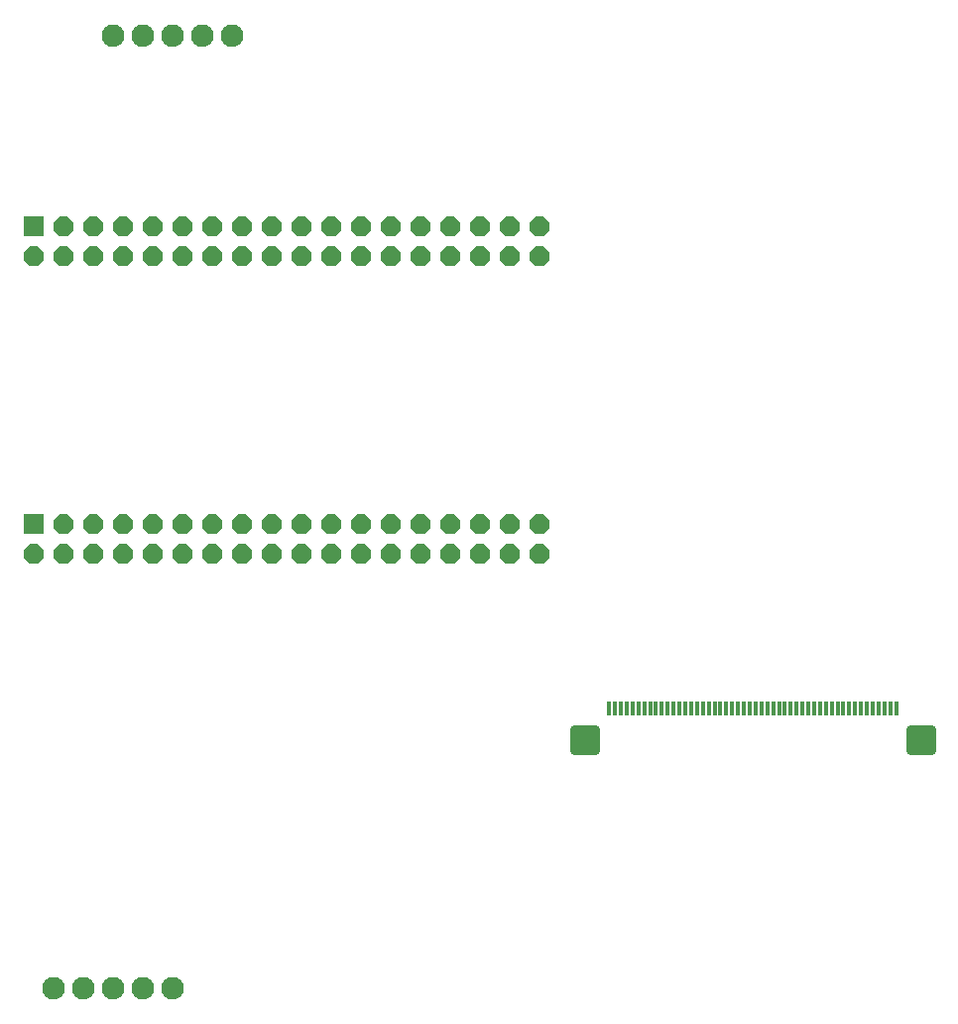
<source format=gbr>
G04 EAGLE Gerber RS-274X export*
G75*
%MOMM*%
%FSLAX34Y34*%
%LPD*%
%INSoldermask Bottom*%
%IPPOS*%
%AMOC8*
5,1,8,0,0,1.08239X$1,22.5*%
G01*
%ADD10R,1.676400X1.676400*%
%ADD11P,1.814519X8X22.500000*%
%ADD12C,0.740194*%
%ADD13R,0.300000X1.300000*%
%ADD14C,1.930400*%


D10*
X135300Y701300D03*
D11*
X135300Y675900D03*
X160700Y701300D03*
X160700Y675900D03*
X186100Y701300D03*
X186100Y675900D03*
X211500Y701300D03*
X211500Y675900D03*
X236900Y701300D03*
X236900Y675900D03*
X262300Y701300D03*
X262300Y675900D03*
X287700Y701300D03*
X287700Y675900D03*
X313100Y701300D03*
X313100Y675900D03*
X338500Y701300D03*
X338500Y675900D03*
X363900Y701300D03*
X363900Y675900D03*
X389300Y701300D03*
X389300Y675900D03*
X414700Y701300D03*
X414700Y675900D03*
X440100Y701300D03*
X440100Y675900D03*
X465500Y701300D03*
X465500Y675900D03*
X490900Y701300D03*
X490900Y675900D03*
X516300Y701300D03*
X516300Y675900D03*
X541700Y701300D03*
X541700Y675900D03*
X567100Y701300D03*
X567100Y675900D03*
D10*
X135300Y447300D03*
D11*
X135300Y421900D03*
X160700Y447300D03*
X160700Y421900D03*
X186100Y447300D03*
X186100Y421900D03*
X211500Y447300D03*
X211500Y421900D03*
X236900Y447300D03*
X236900Y421900D03*
X262300Y447300D03*
X262300Y421900D03*
X287700Y447300D03*
X287700Y421900D03*
X313100Y447300D03*
X313100Y421900D03*
X338500Y447300D03*
X338500Y421900D03*
X363900Y447300D03*
X363900Y421900D03*
X389300Y447300D03*
X389300Y421900D03*
X414700Y447300D03*
X414700Y421900D03*
X440100Y447300D03*
X440100Y421900D03*
X465500Y447300D03*
X465500Y421900D03*
X490900Y447300D03*
X490900Y421900D03*
X516300Y447300D03*
X516300Y421900D03*
X541700Y447300D03*
X541700Y421900D03*
X567100Y447300D03*
X567100Y421900D03*
D12*
X883739Y271861D02*
X901861Y271861D01*
X901861Y253739D01*
X883739Y253739D01*
X883739Y271861D01*
X883739Y260771D02*
X901861Y260771D01*
X901861Y267803D02*
X883739Y267803D01*
X614861Y271861D02*
X596739Y271861D01*
X614861Y271861D02*
X614861Y253739D01*
X596739Y253739D01*
X596739Y271861D01*
X596739Y260771D02*
X614861Y260771D01*
X614861Y267803D02*
X596739Y267803D01*
D13*
X626800Y289700D03*
X631800Y289700D03*
X636800Y289700D03*
X646800Y289700D03*
X641800Y289700D03*
X651800Y289700D03*
X656800Y289700D03*
X661800Y289700D03*
X666800Y289700D03*
X676800Y289700D03*
X671800Y289700D03*
X681800Y289700D03*
X686800Y289700D03*
X691800Y289700D03*
X696800Y289700D03*
X706800Y289700D03*
X701800Y289700D03*
X711800Y289700D03*
X716800Y289700D03*
X721800Y289700D03*
X726800Y289700D03*
X736800Y289700D03*
X731800Y289700D03*
X741800Y289700D03*
X746800Y289700D03*
X751800Y289700D03*
X756800Y289700D03*
X766800Y289700D03*
X761800Y289700D03*
X771800Y289700D03*
X776800Y289700D03*
X781800Y289700D03*
X786800Y289700D03*
X796800Y289700D03*
X791800Y289700D03*
X801800Y289700D03*
X806800Y289700D03*
X811800Y289700D03*
X816800Y289700D03*
X826800Y289700D03*
X821800Y289700D03*
X831800Y289700D03*
X836800Y289700D03*
X841800Y289700D03*
X846800Y289700D03*
X856800Y289700D03*
X851800Y289700D03*
X861800Y289700D03*
X866800Y289700D03*
X871800Y289700D03*
D14*
X203200Y863600D03*
X228600Y863600D03*
X254000Y863600D03*
X279400Y863600D03*
X304800Y863600D03*
X152400Y50800D03*
X177800Y50800D03*
X203200Y50800D03*
X228600Y50800D03*
X254000Y50800D03*
M02*

</source>
